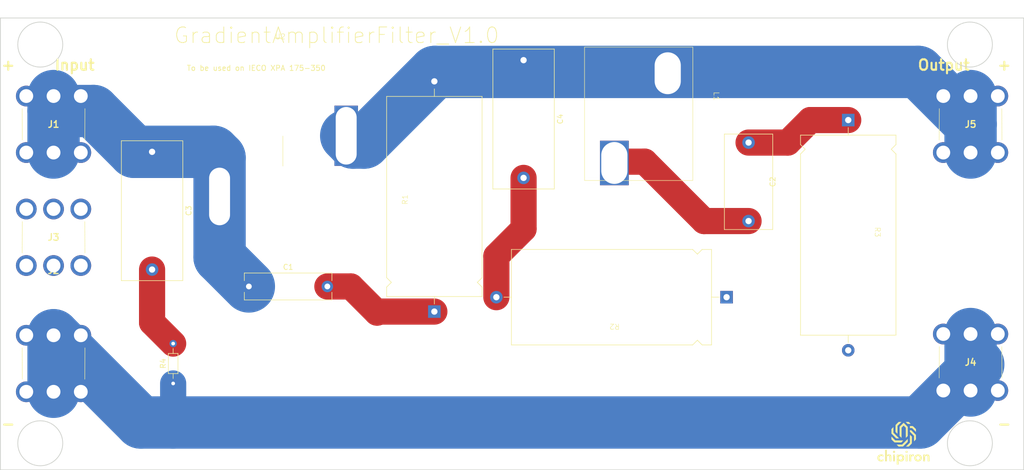
<source format=kicad_pcb>
(kicad_pcb (version 20221018) (generator pcbnew)
  (layers (0 "F.Cu" signal) (1 "In1.Cu" signal) (2 "In2.Cu" signal) (31 "B.Cu" signal) (34 "B.Paste" user) (35 "F.Paste" user) (36 "B.SilkS" user "B.Silkscreen") (37 "F.SilkS" user "F.Silkscreen") (38 "B.Mask" user) (39 "F.Mask" user) (44 "Edge.Cuts" user))
  (net 0 "")
  (net 1 "Earth")
  (net 2 "GradientOut+")
  (net 3 "GradientIn-")
  (net 4 "GradientIn+")
  (net 5 "Net-(C1-Pad2)")
  (net 6 "Net-(C2-Pad1)")
  (net 7 "Net-(C2-Pad2)")
  (net 8 "Net-(C3-Pad2)")
  (net 9 "Net-(C4-Pad2)")
  (footprint "AA-MyLibrary:7807" (layer "F.Cu") (at 165.22 94.89)
    (fp_text reference "J4" (at 5.21 -5.4) (layer "F.SilkS") (effects (font (size 1.27 1.27) (thickness 0.254))))
    (fp_text value "7807" hide)
    (fp_line (start -0.76 -8.4) (end -0.79 -2.4) (stroke (width 0.1)) (layer "F.SilkS"))
    (fp_line (start 11.18 -8.4) (end 11.21 -2.4) (stroke (width 0.1)) (layer "F.SilkS"))
    (pad "1" thru_hole circle (at 0 0) (size 3.96 3.96) (drill 2.64) (layers "*.Cu" "*.Mask") (net 3 "GradientIn-"))
    (pad "2" thru_hole circle (at 0 -10.8) (size 3.96 3.96) (drill 2.64) (layers "*.Cu" "*.Mask") (net 3 "GradientIn-"))
    (pad "3" thru_hole circle (at 5.21 0) (size 3.96 3.96) (drill 2.64) (layers "*.Cu" "*.Mask") (net 3 "GradientIn-"))
    (pad "4" thru_hole circle (at 5.21 -10.8) (size 3.96 3.96) (drill 2.64) (layers "*.Cu" "*.Mask") (net 3 "GradientIn-"))
    (pad "5" thru_hole circle (at 10.42 0) (size 3.96 3.96) (drill 2.64) (layers "*.Cu" "*.Mask") (net 3 "GradientIn-"))
    (pad "6" thru_hole circle (at 10.42 -10.8) (size 3.96 3.96) (drill 2.64) (layers "*.Cu" "*.Mask") (net 3 "GradientIn-"))
  )
  (footprint "Capacitor_THT:C_Rect_L16.5mm_W4.9mm_P15.00mm_MKT" (layer "F.Cu") (at 32.5 75)
    (fp_text reference "C1" (at 7.5 -3.7) (layer "F.SilkS"))
    (fp_text value "390p")
    (fp_line (start -0.87 -2.571) (end -0.87 -1.104) (stroke (width 0.12)) (layer "F.SilkS"))
    (fp_line (start -0.87 -2.571) (end 15.87 -2.571) (stroke (width 0.12)) (layer "F.SilkS"))
    (fp_line (start -0.87 1.104) (end -0.87 2.571) (stroke (width 0.12)) (layer "F.SilkS"))
    (fp_line (start -0.87 2.571) (end 15.87 2.571) (stroke (width 0.12)) (layer "F.SilkS"))
    (fp_line (start 15.87 -2.571) (end 15.87 -1.104) (stroke (width 0.12)) (layer "F.SilkS"))
    (fp_line (start 15.87 1.104) (end 15.87 2.571) (stroke (width 0.12)) (layer "F.SilkS"))
    (pad "1" thru_hole circle (at 0 0) (size 2.2 2.2) (drill 1.1) (layers "*.Cu" "*.Mask") (net 4 "GradientIn+"))
    (pad "2" thru_hole circle (at 15 0) (size 2.2 2.2) (drill 1.1) (layers "*.Cu" "*.Mask") (net 5 "Net-(C1-Pad2)"))
  )
  (footprint "AA-MyLibrary:7807" (layer "F.Cu") (at 0.38 38.61 180)
    (fp_text reference "J1" (at 5.21 -5.4) (layer "F.SilkS") (effects (font (size 1.27 1.27) (thickness 0.254))))
    (fp_text value "7807" hide)
    (fp_line (start -0.76 -8.4) (end -0.79 -2.4) (stroke (width 0.1)) (layer "F.SilkS"))
    (fp_line (start 11.18 -8.4) (end 11.21 -2.4) (stroke (width 0.1)) (layer "F.SilkS"))
    (pad "1" thru_hole circle (at 0 0 180) (size 3.96 3.96) (drill 2.64) (layers "*.Cu" "*.Mask") (net 4 "GradientIn+"))
    (pad "2" thru_hole circle (at 0 -10.8 180) (size 3.96 3.96) (drill 2.64) (layers "*.Cu" "*.Mask") (net 4 "GradientIn+"))
    (pad "3" thru_hole circle (at 5.21 0 180) (size 3.96 3.96) (drill 2.64) (layers "*.Cu" "*.Mask") (net 4 "GradientIn+"))
    (pad "4" thru_hole circle (at 5.21 -10.8 180) (size 3.96 3.96) (drill 2.64) (layers "*.Cu" "*.Mask") (net 4 "GradientIn+"))
    (pad "5" thru_hole circle (at 10.42 0 180) (size 3.96 3.96) (drill 2.64) (layers "*.Cu" "*.Mask") (net 4 "GradientIn+"))
    (pad "6" thru_hole circle (at 10.42 -10.8 180) (size 3.96 3.96) (drill 2.64) (layers "*.Cu" "*.Mask") (net 4 "GradientIn+"))
  )
  (footprint "AA-MyLibrary:IHDM1008BCEV1R2M3A" (layer "F.Cu") (at 107 42 -90)
    (fp_text reference "L1" (at -3.35 -14.85 -90 unlocked) (layer "F.SilkS") (effects (font (thickness 0.1))))
    (fp_text value "IHDM1008BCEV100M30")
    (fp_rect (start -12.75 -10.35) (end 12.75 10.35) (stroke (width 0.1)) (fill none) (layer "F.SilkS"))
    (pad "1" thru_hole rect (at 9.4 4.65 270) (size 8.5 5.5) (drill oval 8 5) (layers "*.Cu" "*.Mask") (net 6 "Net-(C2-Pad1)"))
    (pad "2" thru_hole rect (at -7.75 -5.55 270) (size 8.5 5.5) (drill oval 8 5) (layers "*.Cu" "*.Mask") (net 2 "GradientOut+"))
  )
  (footprint "AA-MyLibrary:Resistor big" (layer "F.Cu") (at 147 65 -90)
    (fp_text reference "R3" (at -0.4 -5.65 -90 unlocked) (layer "F.SilkS") (effects (font (thickness 0.1))))
    (fp_text value "2.2")
    (fp_line (start -20.36 -0.05) (end -18.92 -0.05) (stroke (width 0.12)) (layer "F.SilkS"))
    (fp_line (start -18.92 -9.17) (end -18.92 9.07) (stroke (width 0.12)) (layer "F.SilkS"))
    (fp_line (start -18.92 -9.17) (end -17.12 -9.17) (stroke (width 0.12)) (layer "F.SilkS"))
    (fp_line (start -18.92 9.07) (end -17.12 9.07) (stroke (width 0.12)) (layer "F.SilkS"))
    (fp_line (start -17.12 -9.17) (end -16.22 -8.27) (stroke (width 0.12)) (layer "F.SilkS"))
    (fp_line (start -17.12 9.07) (end -16.22 8.17) (stroke (width 0.12)) (layer "F.SilkS"))
    (fp_line (start -16.22 -8.27) (end -15.32 -9.17) (stroke (width 0.12)) (layer "F.SilkS"))
    (fp_line (start -16.22 8.17) (end -15.32 9.07) (stroke (width 0.12)) (layer "F.SilkS"))
    (fp_line (start -15.32 -9.17) (end 19.32 -9.17) (stroke (width 0.12)) (layer "F.SilkS"))
    (fp_line (start -15.32 9.07) (end 19.32 9.07) (stroke (width 0.12)) (layer "F.SilkS"))
    (fp_line (start 19.32 -9.17) (end 19.32 9.07) (stroke (width 0.12)) (layer "F.SilkS"))
    (fp_line (start 20.76 -0.05) (end 19.32 -0.05) (stroke (width 0.12)) (layer "F.SilkS"))
    (pad "1" thru_hole rect (at -21.8 -0.05 270) (size 2.4 2.4) (drill 1.2) (layers "*.Cu" "*.Mask") (net 7 "Net-(C2-Pad2)"))
    (pad "2" thru_hole oval (at 22.2 -0.05 270) (size 2.4 2.4) (drill 1.2) (layers "*.Cu" "*.Mask") (net 1 "Earth"))
  )
  (footprint "AA-MyLibrary:Resistor big" (layer "F.Cu") (at 68 58 90)
    (fp_text reference "R1" (at -0.4 -5.65 90 unlocked) (layer "F.SilkS") (effects (font (thickness 0.1))))
    (fp_text value "22")
    (fp_line (start -20.36 -0.05) (end -18.92 -0.05) (stroke (width 0.12)) (layer "F.SilkS"))
    (fp_line (start -18.92 -9.17) (end -18.92 9.07) (stroke (width 0.12)) (layer "F.SilkS"))
    (fp_line (start -18.92 -9.17) (end -17.12 -9.17) (stroke (width 0.12)) (layer "F.SilkS"))
    (fp_line (start -18.92 9.07) (end -17.12 9.07) (stroke (width 0.12)) (layer "F.SilkS"))
    (fp_line (start -17.12 -9.17) (end -16.22 -8.27) (stroke (width 0.12)) (layer "F.SilkS"))
    (fp_line (start -17.12 9.07) (end -16.22 8.17) (stroke (width 0.12)) (layer "F.SilkS"))
    (fp_line (start -16.22 -8.27) (end -15.32 -9.17) (stroke (width 0.12)) (layer "F.SilkS"))
    (fp_line (start -16.22 8.17) (end -15.32 9.07) (stroke (width 0.12)) (layer "F.SilkS"))
    (fp_line (start -15.32 -9.17) (end 19.32 -9.17) (stroke (width 0.12)) (layer "F.SilkS"))
    (fp_line (start -15.32 9.07) (end 19.32 9.07) (stroke (width 0.12)) (layer "F.SilkS"))
    (fp_line (start 19.32 -9.17) (end 19.32 9.07) (stroke (width 0.12)) (layer "F.SilkS"))
    (fp_line (start 20.76 -0.05) (end 19.32 -0.05) (stroke (width 0.12)) (layer "F.SilkS"))
    (pad "1" thru_hole rect (at -21.8 -0.05 90) (size 2.4 2.4) (drill 1.2) (layers "*.Cu" "*.Mask") (net 5 "Net-(C1-Pad2)"))
    (pad "2" thru_hole oval (at 22.2 -0.05 90) (size 2.4 2.4) (drill 1.2) (layers "*.Cu" "*.Mask") (net 2 "GradientOut+"))
  )
  (footprint "LOGO" (layer "F.Cu") (at 157.6 104.97)
    (fp_text reference "   " (at 0 0) (layer "F.SilkS") (effects (font (size 1.5 1.5) (thickness 0.3))))
    (fp_text value "LOGO" hide)
    (fp_poly (pts (xy -1.616667 2.8) (xy -1.616667 3.45) (xy -1.791667 3.45) (xy -1.966667 3.45) (xy -1.966667 2.8) (xy -1.966667 2.15) (xy -1.791667 2.15) (xy -1.616667 2.15)) (fill solid) (layer "F.SilkS"))
    (fp_poly (pts (xy 0.783333 2.8) (xy 0.783333 3.45) (xy 0.6 3.45) (xy 0.416666 3.45) (xy 0.416666 2.8) (xy 0.416666 2.15) (xy 0.6 2.15) (xy 0.783333 2.15)) (fill solid) (layer "F.SilkS"))
    (fp_poly (pts (xy 0.833333 -0.566458) (xy 0.833333 -0.29144) (xy 0.374916 0.16678) (xy -0.083502 0.625) (xy -0.504251 0.62993) (xy -0.925 0.63486) (xy -1.116395 0.44243) (xy -1.30779 0.25) (xy -0.783155 0.25) (xy -0.25852 0.25) (xy 0.287406 -0.295739) (xy 0.833333 -0.841477)) (fill solid) (layer "F.SilkS"))
    (fp_poly (pts (xy 1.941782 -2.049913) (xy 2.391666 -1.599825) (xy 2.396434 -1.170746) (xy 2.401203 -0.741667) (xy 2.208934 -0.550272) (xy 2.016666 -0.358877) (xy 2.016666 -0.892072) (xy 2.016666 -1.425266) (xy 1.625 -1.816667) (xy 1.233333 -2.208068) (xy 1.233333 -2.354034) (xy 1.233333 -2.5) (xy 1.362615 -2.5) (xy 1.491898 -2.5)) (fill solid) (layer "F.SilkS"))
    (fp_poly (pts (xy 1.180674 -3.92063) (xy 1.260621 -3.840708) (xy 1.317551 -3.782628) (xy 1.350168 -3.742946) (xy 1.357175 -3.718219) (xy 1.337275 -3.705004) (xy 1.289173 -3.699858) (xy 1.211571 -3.699337) (xy 1.103174 -3.699998) (xy 1.097602 -3.7) (xy 0.807789 -3.7) (xy 0.616666 -3.891667) (xy 0.425543 -4.083333) (xy 0.722613 -4.083333) (xy 1.019683 -4.083333)) (fill solid) (layer "F.SilkS"))
    (fp_poly (pts (xy 0.671673 1.441477) (xy 0.736647 1.471202) (xy 0.785354 1.52212) (xy 0.791384 1.532788) (xy 0.816022 1.611179) (xy 0.811594 1.685947) (xy 0.782331 1.751909) (xy 0.732465 1.803883) (xy 0.666225 1.836684) (xy 0.587844 1.845131) (xy 0.542361 1.837842) (xy 0.471948 1.804756) (xy 0.420093 1.7505) (xy 0.390098 1.682695) (xy 0.385269 1.608956) (xy 0.408908 1.536904) (xy 0.410592 1.533997) (xy 0.45989 1.479205) (xy 0.525219 1.445504) (xy 0.598505 1.432919)) (fill solid) (layer "F.SilkS"))
    (fp_poly (pts (xy -1.715742 1.445424) (xy -1.647206 1.48082) (xy -1.602776 1.538207) (xy -1.583911 1.616271) (xy -1.583334 1.634794) (xy -1.597593 1.716603) (xy -1.637636 1.780656) (xy -1.699362 1.823963) (xy -1.778671 1.843535) (xy -1.862359 1.838256) (xy -1.898008 1.822045) (xy -1.939362 1.790938) (xy -1.948523 1.782247) (xy -1.996981 1.713658) (xy -2.014228 1.63987) (xy -2.000425 1.566491) (xy -1.955735 1.499132) (xy -1.939916 1.484032) (xy -1.891248 1.449081) (xy -1.841283 1.434917) (xy -1.806926 1.433333)) (fill solid) (layer "F.SilkS"))
    (fp_poly (pts (xy -1.916667 -2.557964) (xy -1.916667 -2.024805) (xy -1.383334 -1.491667) (xy -1.273609 -1.381712) (xy -1.171492 -1.27886) (xy -1.079338 -1.18552) (xy -0.999502 -1.104103) (xy -0.93434 -1.037018) (xy -0.886208 -0.986676) (xy -0.85746 -0.955487) (xy -0.85 -0.945931) (xy -0.86573 -0.941649) (xy -0.909173 -0.937991) (xy -0.974712 -0.935227) (xy -1.056729 -0.933625) (xy -1.112897 -0.933333) (xy -1.375794 -0.933333) (xy -1.837897 -1.39652) (xy -2.3 -1.859706) (xy -2.3 -2.284291) (xy -2.3 -2.708877) (xy -2.108334 -2.9) (xy -1.916667 -3.091123)) (fill solid) (layer "F.SilkS"))
    (fp_poly (pts (xy 1.429166 -1.454152) (xy 1.616666 -1.267537) (xy 1.616666 -0.632673) (xy 1.616206 -0.441693) (xy 1.614814 -0.283416) (xy 1.612473 -0.157222) (xy 1.609166 -0.062494) (xy 1.604877 0.001389) (xy 1.599587 0.035044) (xy 1.598217 0.038596) (xy 1.58153 0.060461) (xy 1.544753 0.102001) (xy 1.491455 0.159406) (xy 1.425203 0.228869) (xy 1.349565 0.30658) (xy 1.302567 0.354167) (xy 1.025367 0.633333) (xy 0.750319 0.633333) (xy 0.475271 0.633333) (xy 0.854143 0.254167) (xy 1.233014 -0.125) (xy 1.23734 -0.882884) (xy 1.241666 -1.640768)) (fill solid) (layer "F.SilkS"))
    (fp_poly (pts (xy 0.433336 -3.524997) (xy 0.833333 -3.125261) (xy 0.833333 -2.258179) (xy 0.833333 -1.391098) (xy 0.653894 -1.212216) (xy 0.590853 -1.150132) (xy 0.535855 -1.097403) (xy 0.49328 -1.058118) (xy 0.467506 -1.036363) (xy 0.462227 -1.033333) (xy 0.459996 -1.049511) (xy 0.457896 -1.096085) (xy 0.455964 -1.170122) (xy 0.454239 -1.268683) (xy 0.452757 -1.388835) (xy 0.451555 -1.527641) (xy 0.450671 -1.682165) (xy 0.450142 -1.849471) (xy 0.45 -1.996084) (xy 0.45 -2.958834) (xy 0.241677 -3.166656) (xy 0.033355 -3.374478) (xy -0.158193 -3.183474) (xy -0.349741 -2.992469) (xy -0.354038 -2.008735) (xy -0.358334 -1.025) (xy -0.545834 -1.212856) (xy -0.733334 -1.400711) (xy -0.733334 -2.279658) (xy -0.733334 -3.158605) (xy -0.349998 -3.54167) (xy 0.033339 -3.924734)) (fill solid) (layer "F.SilkS"))
    (fp_poly (pts (xy 1.563857 -3.299242) (xy 1.64723 -3.297164) (xy 1.715209 -3.294057) (xy 1.759965 -3.290214) (xy 1.767515 -3.288997) (xy 1.791382 -3.279774) (xy 1.823606 -3.258731) (xy 1.866956 -3.223447) (xy 1.9242 -3.171495) (xy 1.998107 -3.100451) (xy 2.091446 -3.007893) (xy 2.111265 -2.988016) (xy 2.4 -2.698038) (xy 2.4 -2.432353) (xy 2.399744 -2.342489) (xy 2.399039 -2.265622) (xy 2.397975 -2.207339) (xy 2.396642 -2.17323) (xy 2.395691 -2.166667) (xy 2.383306 -2.177999) (xy 2.350257 -2.210106) (xy 2.299413 -2.260151) (xy 2.233639 -2.325299) (xy 2.155803 -2.402713) (xy 2.068771 -2.489558) (xy 2.025 -2.533333) (xy 1.658617 -2.9) (xy 1.445975 -2.9) (xy 1.233333 -2.9) (xy 1.233333 -3.1) (xy 1.233333 -3.3) (xy 1.472916 -3.3)) (fill solid) (layer "F.SilkS"))
    (fp_poly (pts (xy -1.929031 -0.920695) (xy -1.558062 -0.55) (xy -0.795698 -0.55) (xy -0.639877 -0.549716) (xy -0.494763 -0.548904) (xy -0.363655 -0.547621) (xy -0.249852 -0.545925) (xy -0.156652 -0.543875) (xy -0.087356 -0.541528) (xy -0.045262 -0.538943) (xy -0.033334 -0.536578) (xy -0.044621 -0.520885) (xy -0.075798 -0.486231) (xy -0.12284 -0.436873) (xy -0.181721 -0.377069) (xy -0.222441 -0.336578) (xy -0.411549 -0.15) (xy -1.034941 -0.151057) (xy -1.190913 -0.151754) (xy -1.332009 -0.153241) (xy -1.45501 -0.155433) (xy -1.556698 -0.158245) (xy -1.633854 -0.161594) (xy -1.68326 -0.165397) (xy -1.7 -0.168428) (xy -1.723348 -0.184544) (xy -1.766191 -0.220882) (xy -1.824664 -0.273893) (xy -1.894897 -0.340025) (xy -1.973023 -0.415726) (xy -2.020834 -0.463021) (xy -2.3 -0.741299) (xy -2.3 -1.016344) (xy -2.3 -1.291389)) (fill solid) (layer "F.SilkS"))
    (fp_poly (pts (xy -0.754303 -3.704034) (xy -1.133334 -3.324734) (xy -1.133334 -2.5707) (xy -1.133601 -2.415794) (xy -1.134365 -2.27164) (xy -1.135572 -2.141552) (xy -1.137167 -2.028843) (xy -1.139094 -1.936825) (xy -1.141299 -1.868811) (xy -1.143726 -1.828113) (xy -1.145834 -1.817448) (xy -1.161185 -1.829078) (xy -1.195306 -1.860641) (xy -1.243908 -1.907994) (xy -1.302704 -1.966997) (xy -1.3375 -2.002572) (xy -1.516667 -2.186915) (xy -1.516667 -2.819553) (xy -1.516204 -3.010246) (xy -1.514805 -3.16823) (xy -1.512452 -3.294117) (xy -1.509129 -3.388519) (xy -1.504819 -3.452047) (xy -1.499504 -3.485315) (xy -1.498218 -3.488596) (xy -1.481531 -3.510462) (xy -1.444754 -3.552001) (xy -1.391456 -3.609406) (xy -1.325204 -3.678869) (xy -1.249566 -3.75658) (xy -1.202568 -3.804167) (xy -0.925368 -4.083333) (xy -0.65032 -4.083333) (xy -0.375272 -4.083333)) (fill solid) (layer "F.SilkS"))
    (fp_poly (pts (xy 1.861795 2.12575) (xy 1.937403 2.149292) (xy 1.997875 2.181733) (xy 1.998532 2.182226) (xy 2.036806 2.211097) (xy 1.95773 2.359715) (xy 1.923886 2.422878) (xy 1.895899 2.474278) (xy 1.877409 2.507279) (xy 1.872147 2.51579) (xy 1.855076 2.513344) (xy 1.822052 2.497454) (xy 1.817749 2.494957) (xy 1.749348 2.470394) (xy 1.673834 2.467782) (xy 1.604156 2.486468) (xy 1.570879 2.507346) (xy 1.545081 2.532415) (xy 1.524822 2.56193) (xy 1.509454 2.60001) (xy 1.498331 2.650774) (xy 1.490805 2.718343) (xy 1.486228 2.806836) (xy 1.483953 2.920373) (xy 1.483333 3.063073) (xy 1.483333 3.064433) (xy 1.483333 3.45) (xy 1.3 3.45) (xy 1.116666 3.45) (xy 1.116666 2.8) (xy 1.116666 2.15) (xy 1.3 2.15) (xy 1.483333 2.15) (xy 1.483333 2.226279) (xy 1.483333 2.302557) (xy 1.525391 2.252574) (xy 1.572602 2.210126) (xy 1.636715 2.169531) (xy 1.705746 2.136975) (xy 1.767708 2.118639) (xy 1.788838 2.116667)) (fill solid) (layer "F.SilkS"))
    (fp_poly (pts (xy -3.15 1.772619) (xy -3.15 2.311905) (xy -3.07068 2.232584) (xy -3.007134 2.177284) (xy -2.942533 2.1417) (xy -2.892665 2.124573) (xy -2.781739 2.105594) (xy -2.670699 2.110442) (xy -2.566566 2.137138) (xy -2.476358 2.183705) (xy -2.407092 2.248165) (xy -2.395226 2.264756) (xy -2.37246 2.300729) (xy -2.354183 2.334665) (xy -2.339838 2.370718) (xy -2.328867 2.413043) (xy -2.320716 2.465794) (xy -2.314825 2.533125) (xy -2.310639 2.619193) (xy -2.307601 2.72815) (xy -2.305154 2.864152) (xy -2.303946 2.945833) (xy -2.296742 3.45) (xy -2.480512 3.45) (xy -2.664282 3.45) (xy -2.669641 2.995833) (xy -2.671646 2.847859) (xy -2.674354 2.729491) (xy -2.678609 2.637003) (xy -2.685258 2.56667) (xy -2.695145 2.514765) (xy -2.709117 2.477561) (xy -2.728019 2.451332) (xy -2.752696 2.432352) (xy -2.783994 2.416894) (xy -2.802746 2.409179) (xy -2.891242 2.389981) (xy -2.979241 2.403835) (xy -3.044059 2.434995) (xy -3.073954 2.455147) (xy -3.097645 2.47737) (xy -3.115849 2.50559) (xy -3.129284 2.543729) (xy -3.138666 2.595713) (xy -3.144712 2.665464) (xy -3.148139 2.756907) (xy -3.149663 2.873966) (xy -3.15 3.015019) (xy -3.15 3.45) (xy -3.333334 3.45) (xy -3.516667 3.45) (xy -3.516667 2.341667) (xy -3.516667 1.233333) (xy -3.333334 1.233333) (xy -3.15 1.233333)) (fill solid) (layer "F.SilkS"))
    (fp_poly (pts (xy 4.620571 2.124064) (xy 4.733958 2.155095) (xy 4.829697 2.213004) (xy 4.86169 2.242685) (xy 4.89485 2.279203) (xy 4.9217 2.315312) (xy 4.942972 2.35499) (xy 4.959399 2.402218) (xy 4.971716 2.460978) (xy 4.980657 2.53525) (xy 4.986953 2.629013) (xy 4.99134 2.746249) (xy 4.994551 2.890937) (xy 4.995882 2.970833) (xy 5.003375 3.45) (xy 4.811 3.45) (xy 4.618625 3.45) (xy 4.613479 2.995833) (xy 4.611793 2.859893) (xy 4.609961 2.7531) (xy 4.607665 2.671266) (xy 4.604581 2.610207) (xy 4.60039 2.565735) (xy 4.594771 2.533664) (xy 4.587401 2.509808) (xy 4.577961 2.48998) (xy 4.574176 2.483333) (xy 4.524811 2.428622) (xy 4.45953 2.397333) (xy 4.385522 2.388862) (xy 4.309976 2.402606) (xy 4.240081 2.437959) (xy 4.183027 2.494319) (xy 4.168237 2.517435) (xy 4.15763 2.537999) (xy 4.149416 2.56022) (xy 4.143291 2.588435) (xy 4.13895 2.62698) (xy 4.136089 2.680194) (xy 4.134404 2.752412) (xy 4.13359 2.847972) (xy 4.133342 2.971211) (xy 4.133333 3.014769) (xy 4.133333 3.45) (xy 3.95 3.45) (xy 3.766666 3.45) (xy 3.766666 2.8) (xy 3.766666 2.15) (xy 3.95 2.15) (xy 4.133333 2.15) (xy 4.133333 2.236803) (xy 4.133333 2.323607) (xy 4.204166 2.255282) (xy 4.284368 2.188253) (xy 4.363718 2.146602) (xy 4.453958 2.124843) (xy 4.492117 2.120763)) (fill solid) (layer "F.SilkS"))
    (fp_poly (pts (xy -4.180733 2.122067) (xy -4.043919 2.145848) (xy -3.921629 2.190718) (xy -3.897167 2.203595) (xy -3.833334 2.239471) (xy -3.833334 2.421462) (xy -3.833334 2.603453) (xy -3.894987 2.549321) (xy -3.99377 2.479301) (xy -4.099631 2.439175) (xy -4.220553 2.425958) (xy -4.225 2.425946) (xy -4.342225 2.43986) (xy -4.440444 2.480831) (xy -4.51835 2.547842) (xy -4.574638 2.639879) (xy -4.600182 2.717425) (xy -4.609665 2.822537) (xy -4.590304 2.924932) (xy -4.545504 3.018307) (xy -4.478669 3.096361) (xy -4.393202 3.152792) (xy -4.357352 3.16699) (xy -4.262918 3.182803) (xy -4.157449 3.175521) (xy -4.051162 3.147728) (xy -3.954278 3.102007) (xy -3.882937 3.047039) (xy -3.833334 2.997436) (xy -3.833334 3.181667) (xy -3.833771 3.262726) (xy -3.835879 3.317066) (xy -3.840854 3.351301) (xy -3.84989 3.372041) (xy -3.864183 3.385899) (xy -3.871107 3.390648) (xy -3.955722 3.431227) (xy -4.062659 3.460102) (xy -4.182689 3.476316) (xy -4.30658 3.47891) (xy -4.425102 3.466928) (xy -4.483334 3.454138) (xy -4.627462 3.399219) (xy -4.751186 3.318778) (xy -4.852693 3.214305) (xy -4.930173 3.087289) (xy -4.93066 3.086252) (xy -4.950297 3.04116) (xy -4.963138 3.000092) (xy -4.970594 2.95394) (xy -4.974076 2.893595) (xy -4.974995 2.809947) (xy -4.975 2.8) (xy -4.97426 2.713535) (xy -4.971096 2.651279) (xy -4.964099 2.604123) (xy -4.951857 2.562957) (xy -4.932959 2.518674) (xy -4.93066 2.513747) (xy -4.855177 2.391138) (xy -4.753931 2.288318) (xy -4.629229 2.2071) (xy -4.483378 2.149296) (xy -4.457641 2.142186) (xy -4.321998 2.120479)) (fill solid) (layer "F.SilkS"))
    (fp_poly (pts (xy -0.300579 2.1321) (xy -0.186448 2.175905) (xy -0.081543 2.241528) (xy 0.009495 2.327997) (xy 0.082027 2.43434) (xy 0.100799 2.472926) (xy 0.119857 2.527663) (xy 0.138529 2.60056) (xy 0.153017 2.676618) (xy 0.153944 2.682813) (xy 0.162898 2.840657) (xy 0.143872 2.990618) (xy 0.098139 3.1283) (xy 0.026969 3.249305) (xy -0.028137 3.312795) (xy -0.111241 3.385062) (xy -0.195995 3.434178) (xy -0.291861 3.464079) (xy -0.408296 3.478702) (xy -0.429816 3.479903) (xy -0.54208 3.480147) (xy -0.632171 3.466559) (xy -0.709505 3.435949) (xy -0.783496 3.385126) (xy -0.829119 3.344631) (xy -0.916667 3.261831) (xy -0.916667 3.672582) (xy -0.916667 4.083333) (xy -1.1 4.083333) (xy -1.283334 4.083333) (xy -1.283334 3.116667) (xy -1.283334 2.766563) (xy -0.911686 2.766563) (xy -0.907038 2.860332) (xy -0.881364 2.949902) (xy -0.836281 3.030191) (xy -0.773404 3.09612) (xy -0.694351 3.142606) (xy -0.600737 3.164569) (xy -0.575 3.165633) (xy -0.509075 3.159279) (xy -0.443711 3.142989) (xy -0.424858 3.135583) (xy -0.343075 3.081994) (xy -0.282101 3.008891) (xy -0.242176 2.922246) (xy -0.223538 2.828027) (xy -0.226424 2.732204) (xy -0.251072 2.640747) (xy -0.297722 2.559623) (xy -0.36661 2.494804) (xy -0.398527 2.475762) (xy -0.489031 2.445335) (xy -0.587312 2.439479) (xy -0.683126 2.45726) (xy -0.76623 2.497742) (xy -0.783307 2.510868) (xy -0.851436 2.58675) (xy -0.89369 2.673676) (xy -0.911686 2.766563) (xy -1.283334 2.766563) (xy -1.283334 2.15) (xy -1.1 2.15) (xy -0.916667 2.15) (xy -0.916667 2.241667) (xy -0.915213 2.291879) (xy -0.911461 2.325175) (xy -0.907825 2.333333) (xy -0.892592 2.321921) (xy -0.863992 2.292965) (xy -0.847205 2.274363) (xy -0.756552 2.194499) (xy -0.651923 2.141312) (xy -0.537957 2.113832) (xy -0.419295 2.111085)) (fill solid) (layer "F.SilkS"))
    (fp_poly (pts (xy 2.950214 2.133376) (xy 2.951819 2.133678) (xy 3.097772 2.177007) (xy 3.227758 2.247251) (xy 3.338179 2.341694) (xy 3.425437 2.457623) (xy 3.454903 2.513321) (xy 3.479576 2.569023) (xy 3.495076 2.61582) (xy 3.503535 2.664921) (xy 3.507084 2.727537) (xy 3.50781 2.791667) (xy 3.497723 2.943028) (xy 3.465057 3.072223) (xy 3.407744 3.183359) (xy 3.323716 3.280544) (xy 3.221292 3.360994) (xy 3.103299 3.422337) (xy 2.967139 3.463106) (xy 2.821872 3.481957) (xy 2.67656 3.477543) (xy 2.570844 3.457581) (xy 2.42712 3.403047) (xy 2.303506 3.323007) (xy 2.202081 3.219136) (xy 2.128939 3.101485) (xy 2.105129 3.050473) (xy 2.089669 3.008162) (xy 2.080777 2.964758) (xy 2.076669 2.910471) (xy 2.075561 2.835506) (xy 2.075546 2.808333) (xy 2.075793 2.79169) (xy 2.4404 2.79169) (xy 2.449693 2.89245) (xy 2.483463 2.981843) (xy 2.550999 3.073072) (xy 2.632432 3.136057) (xy 2.723947 3.169672) (xy 2.821729 3.172793) (xy 2.921966 3.144295) (xy 2.962873 3.123218) (xy 3.017623 3.081767) (xy 3.067649 3.02906) (xy 3.079539 3.012729) (xy 3.102031 2.975248) (xy 3.115625 2.939649) (xy 3.122503 2.89565) (xy 3.124844 2.832971) (xy 3.125 2.7984) (xy 3.124091 2.725935) (xy 3.119794 2.676573) (xy 3.109749 2.640098) (xy 3.091597 2.606296) (xy 3.075 2.581862) (xy 3.003152 2.506411) (xy 2.91608 2.456883) (xy 2.820126 2.433995) (xy 2.721636 2.438465) (xy 2.626954 2.47101) (xy 2.552544 2.522783) (xy 2.493178 2.597871) (xy 2.455346 2.690502) (xy 2.4404 2.79169) (xy 2.075793 2.79169) (xy 2.076887 2.718131) (xy 2.081657 2.651235) (xy 2.091223 2.597685) (xy 2.106951 2.547518) (xy 2.11374 2.529973) (xy 2.178203 2.412214) (xy 2.268163 2.31144) (xy 2.37933 2.229681) (xy 2.50741 2.168965) (xy 2.648112 2.131323) (xy 2.797145 2.118783)) (fill solid) (layer "F.SilkS"))
  )
  (footprint "AA-MyLibrary:7807" (layer "F.Cu") (at -10.04 71)
    (fp_text reference "J3" (at 5.21 -5.4) (layer "F.SilkS") (effects (font (size 1.27 1.27) (thickness 0.254))))
    (fp_text value "7807" hide)
    (fp_line (start -0.76 -8.4) (end -0.79 -2.4) (stroke (width 0.1)) (layer "F.SilkS"))
    (fp_line (start 11.18 -8.4) (end 11.21 -2.4) (stroke (width 0.1)) (layer "F.SilkS"))
    (pad "1" thru_hole circle (at 0 0) (size 3.96 3.96) (drill 2.64) (layers "*.Cu" "*.Mask") (net 1 "Earth"))
    (pad "2" thru_hole circle (at 0 -10.8) (size 3.96 3.96) (drill 2.64) (layers "*.Cu" "*.Mask") (net 1 "Earth"))
    (pad "3" thru_hole circle (at 5.21 0) (size 3.96 3.96) (drill 2.64) (layers "*.Cu" "*.Mask") (net 1 "Earth"))
    (pad "4" thru_hole circle (at 5.21 -10.8) (size 3.96 3.96) (drill 2.64) (layers "*.Cu" "*.Mask") (net 1 "Earth"))
    (pad "5" thru_hole circle (at 10.42 0) (size 3.96 3.96) (drill 2.64) (layers "*.Cu" "*.Mask") (net 1 "Earth"))
    (pad "6" thru_hole circle (at 10.42 -10.8) (size 3.96 3.96) (drill 2.64) (layers "*.Cu" "*.Mask") (net 1 "Earth"))
  )
  (footprint "AA-MyLibrary:Resistor big" (layer "F.Cu") (at 102 77 180)
    (fp_text reference "R2" (at -0.4 -5.65 180 unlocked) (layer "F.SilkS") (effects (font (thickness 0.1))))
    (fp_text value "47")
    (fp_line (start -20.36 -0.05) (end -18.92 -0.05) (stroke (width 0.12)) (layer "F.SilkS"))
    (fp_line (start -18.92 -9.17) (end -18.92 9.07) (stroke (width 0.12)) (layer "F.SilkS"))
    (fp_line (start -18.92 -9.17) (end -17.12 -9.17) (stroke (width 0.12)) (layer "F.SilkS"))
    (fp_line (start -18.92 9.07) (end -17.12 9.07) (stroke (width 0.12)) (layer "F.SilkS"))
    (fp_line (start -17.12 -9.17) (end -16.22 -8.27) (stroke (width 0.12)) (layer "F.SilkS"))
    (fp_line (start -17.12 9.07) (end -16.22 8.17) (stroke (width 0.12)) (layer "F.SilkS"))
    (fp_line (start -16.22 -8.27) (end -15.32 -9.17) (stroke (width 0.12)) (layer "F.SilkS"))
    (fp_line (start -16.22 8.17) (end -15.32 9.07) (stroke (width 0.12)) (layer "F.SilkS"))
    (fp_line (start -15.32 -9.17) (end 19.32 -9.17) (stroke (width 0.12)) (layer "F.SilkS"))
    (fp_line (start -15.32 9.07) (end 19.32 9.07) (stroke (width 0.12)) (layer "F.SilkS"))
    (fp_line (start 19.32 -9.17) (end 19.32 9.07) (stroke (width 0.12)) (layer "F.SilkS"))
    (fp_line (start 20.76 -0.05) (end 19.32 -0.05) (stroke (width 0.12)) (layer "F.SilkS"))
    (pad "1" thru_hole rect (at -21.8 -0.05 180) (size 2.4 2.4) (drill 1.2) (layers "*.Cu" "*.Mask") (net 1 "Earth"))
    (pad "2" thru_hole oval (at 22.2 -0.05 180) (size 2.4 2.4) (drill 1.2) (layers "*.Cu" "*.Mask") (net 9 "Net-(C4-Pad2)"))
  )
  (footprint "Capacitor_THT:C_Rect_L26.5mm_W11.5mm_P22.50mm_MKS4" (layer "F.Cu") (at 85 31.75 -90)
    (fp_text reference "C4" (at 11.25 -7 90) (layer "F.SilkS"))
    (fp_text value "100n" hide)
    (fp_line (start -2.12 -5.87) (end -2.12 5.87) (stroke (width 0.12)) (layer "F.SilkS"))
    (fp_line (start -2.12 -5.87) (end 24.62 -5.87) (stroke (width 0.12)) (layer "F.SilkS"))
    (fp_line (start -2.12 5.87) (end 24.62 5.87) (stroke (width 0.12)) (layer "F.SilkS"))
    (fp_line (start 24.62 -5.87) (end 24.62 5.87) (stroke (width 0.12)) (layer "F.SilkS"))
    (pad "1" thru_hole circle (at 0 0 270) (size 2.4 2.4) (drill 1.2) (layers "*.Cu" "*.Mask") (net 2 "GradientOut+"))
    (pad "2" thru_hole circle (at 22.5 0 270) (size 2.4 2.4) (drill 1.2) (layers "*.Cu" "*.Mask") (net 9 "Net-(C4-Pad2)"))
  )
  (footprint "Capacitor_THT:C_Rect_L18.0mm_W9.0mm_P15.00mm_FKS3_FKP3" (layer "F.Cu") (at 128 62.5 90)
    (fp_text reference "C2" (at 7.5 4.62 90) (layer "F.SilkS"))
    (fp_text value "3.9n")
    (fp_line (start -1.62 -4.62) (end -1.62 4.62) (stroke (width 0.12)) (layer "F.SilkS"))
    (fp_line (start -1.62 -4.62) (end 16.62 -4.62) (stroke (width 0.12)) (layer "F.SilkS"))
    (fp_line (start -1.62 4.62) (end 16.62 4.62) (stroke (width 0.12)) (layer "F.SilkS"))
    (fp_line (start 16.62 -4.62) (end 16.62 4.62) (stroke (width 0.12)) (layer "F.SilkS"))
    (pad "1" thru_hole circle (at 0 0 90) (size 2.4 2.4) (drill 1.2) (layers "*.Cu" "*.Mask") (net 6 "Net-(C2-Pad1)"))
    (pad "2" thru_hole circle (at 15 0 90) (size 2.4 2.4) (drill 1.2) (layers "*.Cu" "*.Mask") (net 7 "Net-(C2-Pad2)"))
  )
  (footprint "AA-MyLibrary:CPEX3635L" (layer "F.Cu") (at 39 52)
    (fp_text reference "U2" (at -0.5 -24.75 unlocked) (layer "F.SilkS") (effects (font (thickness 0.1))))
    (fp_text value "CPEX3635L-150MC")
    (fp_line (start 0 0) (end 0 -5.75) (stroke (width 0.1)) (layer "F.SilkS"))
    (pad "1" thru_hole rect (at -12.1 5.8) (size 4.5 11.5) (drill oval 4 11) (layers "*.Cu" "*.Mask") (net 4 "GradientIn+"))
    (pad "2" thru_hole rect (at 12.1 -5.8) (size 4.5 11.5) (drill oval 4 11) (layers "*.Cu" "*.Mask") (net 2 "GradientOut+"))
  )
  (footprint "AA-MyLibrary:7807" (layer "F.Cu") (at 165.22 49.41)
    (fp_text reference "J5" (at 5.21 -5.4) (layer "F.SilkS") (effects (font (size 1.27 1.27) (thickness 0.254))))
    (fp_text value "7807" hide)
    (fp_line (start -0.76 -8.4) (end -0.79 -2.4) (stroke (width 0.1)) (layer "F.SilkS"))
    (fp_line (start 11.18 -8.4) (end 11.21 -2.4) (stroke (width 0.1)) (layer "F.SilkS"))
    (pad "1" thru_hole circle (at 0 0) (size 3.96 3.96) (drill 2.64) (layers "*.Cu" "*.Mask") (net 2 "GradientOut+"))
    (pad "2" thru_hole circle (at 0 -10.8) (size 3.96 3.96) (drill 2.64) (layers "*.Cu" "*.Mask") (net 2 "GradientOut+"))
    (pad "3" thru_hole circle (at 5.21 0) (size 3.96 3.96) (drill 2.64) (layers "*.Cu" "*.Mask") (net 2 "GradientOut+"))
    (pad "4" thru_hole circle (at 5.21 -10.8) (size 3.96 3.96) (drill 2.64) (layers "*.Cu" "*.Mask") (net 2 "GradientOut+"))
    (pad "5" thru_hole circle (at 10.42 0) (size 3.96 3.96) (drill 2.64) (layers "*.Cu" "*.Mask") (net 2 "GradientOut+"))
    (pad "6" thru_hole circle (at 10.42 -10.8) (size 3.96 3.96) (drill 2.64) (layers "*.Cu" "*.Mask") (net 2 "GradientOut+"))
  )
  (footprint "Capacitor_THT:C_Rect_L26.5mm_W11.5mm_P22.50mm_MKS4" (layer "F.Cu") (at 14 49.27 -90)
    (fp_text reference "C3" (at 11.25 -7 -90) (layer "F.SilkS"))
    (fp_text value "100n")
    (fp_line (start -2.12 -5.87) (end -2.12 5.87) (stroke (width 0.12)) (layer "F.SilkS"))
    (fp_line (start -2.12 -5.87) (end 24.62 -5.87) (stroke (width 0.12)) (layer "F.SilkS"))
    (fp_line (start -2.12 5.87) (end 24.62 5.87) (stroke (width 0.12)) (layer "F.SilkS"))
    (fp_line (start 24.62 -5.87) (end 24.62 5.87) (stroke (width 0.12)) (layer "F.SilkS"))
    (pad "1" thru_hole circle (at 0 0 270) (size 2.4 2.4) (drill 1.2) (layers "*.Cu" "*.Mask") (net 4 "GradientIn+"))
    (pad "2" thru_hole circle (at 22.5 0 270) (size 2.4 2.4) (drill 1.2) (layers "*.Cu" "*.Mask") (net 8 "Net-(C3-Pad2)"))
  )
  (footprint "Resistor_THT:R_Axial_DIN0204_L3.6mm_D1.6mm_P7.62mm_Horizontal" (layer "F.Cu") (at 18.03 93.54 90)
    (fp_text reference "R4" (at 3.81 -1.92 90) (layer "F.SilkS"))
    (fp_text value "200")
    (fp_line (start 0.94 0) (end 1.89 0) (stroke (width 0.12)) (layer "F.SilkS"))
    (fp_line (start 1.89 -0.92) (end 1.89 0.92) (stroke (width 0.12)) (layer "F.SilkS"))
    (fp_line (start 1.89 0.92) (end 5.73 0.92) (stroke (width 0.12)) (layer "F.SilkS"))
    (fp_line (start 5.73 -0.92) (end 1.89 -0.92) (stroke (width 0.12)) (layer "F.SilkS"))
    (fp_line (start 5.73 0.92) (end 5.73 -0.92) (stroke (width 0.12)) (layer "F.SilkS"))
    (fp_line (start 6.68 0) (end 5.73 0) (stroke (width 0.12)) (layer "F.SilkS"))
    (pad "1" thru_hole circle (at 0 0 90) (size 1.4 1.4) (drill 0.7) (layers "*.Cu" "*.Mask") (net 3 "GradientIn-"))
    (pad "2" thru_hole oval (at 7.62 0 90) (size 1.4 1.4) (drill 0.7) (layers "*.Cu" "*.Mask") (net 8 "Net-(C3-Pad2)"))
  )
  (footprint "AA-MyLibrary:7807" (layer "F.Cu") (at 0.38 84.33 180)
    (fp_text reference "J2" (at 5.21 12.38) (layer "F.SilkS") (effects (font (size 1.27 1.27) (thickness 0.254))))
    (fp_text value "7807" hide)
    (fp_line (start -0.76 -8.4) (end -0.79 -2.4) (stroke (width 0.1)) (layer "F.SilkS"))
    (fp_line (start 11.18 -8.4) (end 11.21 -2.4) (stroke (width 0.1)) (layer "F.SilkS"))
    (pad "1" thru_hole circle (at 0 0 180) (size 3.96 3.96) (drill 2.64) (layers "*.Cu" "*.Mask") (net 3 "GradientIn-"))
    (pad "2" thru_hole circle (at 0 -10.8 180) (size 3.96 3.96) (drill 2.64) (layers "*.Cu" "*.Mask") (net 3 "GradientIn-"))
    (pad "3" thru_hole circle (at 5.21 0 180) (size 3.96 3.96) (drill 2.64) (layers "*.Cu" "*.Mask") (net 3 "GradientIn-"))
    (pad "4" thru_hole circle (at 5.21 -10.8 180) (size 3.96 3.96) (drill 2.64) (layers "*.Cu" "*.Mask") (net 3 "GradientIn-"))
    (pad "5" thru_hole circle (at 10.42 0 180) (size 3.96 3.96) (drill 2.64) (layers "*.Cu" "*.Mask") (net 3 "GradientIn-"))
    (pad "6" thru_hole circle (at 10.42 -10.8 180) (size 3.96 3.96) (drill 2.64) (layers "*.Cu" "*.Mask") (net 3 "GradientIn-"))
  )
  (gr_rect (start -14.99 23.69) (end 180.59 110.05) (stroke (width 0.15)) (fill none) (layer "Edge.Cuts"))
  (gr_circle (center -7.37 28.77) (end -3.07 28.77) (stroke (width 0.15)) (fill none) (layer "Edge.Cuts"))
  (gr_circle (center 170.3 104.97) (end 174.6 104.97) (stroke (width 0.15)) (fill none) (layer "Edge.Cuts"))
  (gr_circle (center 170.3 28.77) (end 174.6 28.77) (stroke (width 0.15)) (fill none) (layer "Edge.Cuts"))
  (gr_circle (center -7.37 104.97) (end -3.07 104.97) (stroke (width 0.15)) (fill none) (layer "Edge.Cuts"))
  (gr_text "To be used on IECO XPA 175-350\n" (at 20.57 33.85) (layer "F.SilkS") (effects (font (size 1 1)) (justify left bottom)))
  (gr_text "+" (at 175.38 33.85) (layer "F.SilkS") (effects (font (size 2 2) (thickness 0.4) bold) (justify left bottom)))
  (gr_text "-" (at 175.38 102.43) (layer "F.SilkS") (effects (font (size 2 2) (thickness 0.4) bold) (justify left bottom)))
  (gr_text "Input" (at -4.83 33.85) (layer "F.SilkS") (effects (font (size 2 2) (thickness 0.4) bold) (justify left bottom)))
  (gr_text "Output" (at 160.14 33.85) (layer "F.SilkS") (effects (font (size 2 2) (thickness 0.4) bold) (justify left bottom)))
  (gr_text "GradientAmplifierFilter_V1.0" (at 18.03 28.77) (layer "F.SilkS") (effects (font (size 3 3)) (justify left bottom)))
  (gr_text "-" (at -14.99 102.43) (layer "F.SilkS") (effects (font (size 2 2) (thickness 0.4) bold) (justify left bottom)))
  (gr_text "+" (at -14.99 33.85) (layer "F.SilkS") (effects (font (size 2 2) (thickness 0.4) bold) (justify left bottom)))
  (segment (start 68.02 34) (end 160.43 34) (width 10) (layer "B.Cu") (net 2))
  (segment (start 160.43 34) (end 170.43 44) (width 10) (layer "B.Cu") (net 2))
  (segment (start 51.1 46.2) (end 52.4 47.5) (width 10) (layer "B.Cu") (net 2))
  (segment (start 54.52 47.5) (end 68.02 34) (width 10) (layer "B.Cu") (net 2))
  (segment (start 170.43 44) (end 170.43 49.41) (width 10) (layer "B.Cu") (net 2))
  (segment (start 170.43 38.61) (end 170.43 44) (width 10) (layer "B.Cu") (net 2))
  (segment (start 52.4 47.5) (end 54.52 47.5) (width 10) (layer "B.Cu") (net 2))
  (segment (start 11.84 101) (end 18 101) (width 10) (layer "B.Cu") (net 3))
  (segment (start 18 101) (end 160.7963 101) (width 10) (layer "B.Cu") (net 3))
  (segment (start -4.83 84.33) (end -4.83 95.13) (width 10) (layer "B.Cu") (net 3))
  (segment (start -4.83 84.33) (end 11.84 101) (width 10) (layer "B.Cu") (net 3))
  (segment (start 18.03 93.54) (end 18.03 100.97) (width 5) (layer "B.Cu") (net 3))
  (segment (start 18.03 100.97) (end 18 101) (width 3) (layer "B.Cu") (net 3))
  (segment locked (start 169.4263 92.37) (end 171.9 89.8963) (width 10) (layer "B.Cu") (net 3))
  (segment (start 170.43 84.09) (end 170.43 94.89) (width 10) (layer "B.Cu") (net 3))
  (segment (start 160.7963 101) (end 169.4263 92.37) (width 10) (layer "B.Cu") (net 3))
  (segment (start 26.9 50.41) (end 26.9 69.4) (width 10) (layer "B.Cu") (net 4))
  (segment (start 25.76 49.27) (end 26.9 50.41) (width 10) (layer "B.Cu") (net 4))
  (segment (start 10.59 49.27) (end 25.76 49.27) (width 10) (layer "B.Cu") (net 4))
  (segment (start 26.9 69.4) (end 32.5 75) (width 10) (layer "B.Cu") (net 4))
  (segment (start -4.83 41.47) (end 2.79 41.47) (width 10) (layer "B.Cu") (net 4))
  (segment (start 2.79 41.47) (end 10.59 49.27) (width 10) (layer "B.Cu") (net 4))
  (segment (start -4.83 38.61) (end -4.83 41.47) (width 10) (layer "B.Cu") (net 4))
  (segment (start -4.83 41.47) (end -4.83 49.41) (width 10) (layer "B.Cu") (net 4))
  (segment (start 57.2 79.8) (end 57 80) (width 5) (layer "F.Cu") (net 5))
  (segment (start 52 75) (end 57 80) (width 5) (layer "F.Cu") (net 5))
  (segment (start 67.95 79.8) (end 57.2 79.8) (width 5) (layer "F.Cu") (net 5))
  (segment (start 47.5 75) (end 52 75) (width 5) (layer "F.Cu") (net 5))
  (segment (start 119.5 62.5) (end 128 62.5) (width 5) (layer "F.Cu") (net 6))
  (segment (start 102.6 51.15) (end 108.15 51.15) (width 5) (layer "F.Cu") (net 6))
  (segment (start 108.15 51.15) (end 119.5 62.5) (width 5) (layer "F.Cu") (net 6))
  (segment (start 135.5 47.5) (end 139.8 43.2) (width 5) (layer "F.Cu") (net 7))
  (segment (start 139.8 43.2) (end 147.05 43.2) (width 5) (layer "F.Cu") (net 7))
  (segment (start 128 47.5) (end 135.5 47.5) (width 5) (layer "F.Cu") (net 7))
  (segment (start 14 81.89) (end 18.03 85.92) (width 5) (layer "F.Cu") (net 8))
  (segment (start 14 71.77) (end 14 81.89) (width 5) (layer "F.Cu") (net 8))
  (segment (start 85 64) (end 85 54.25) (width 5) (layer "F.Cu") (net 9))
  (segment (start 79.8 69.2) (end 85 64) (width 5) (layer "F.Cu") (net 9))
  (segment (start 79.8 77.05) (end 79.8 69.2) (width 5) (layer "F.Cu") (net 9))
)
</source>
